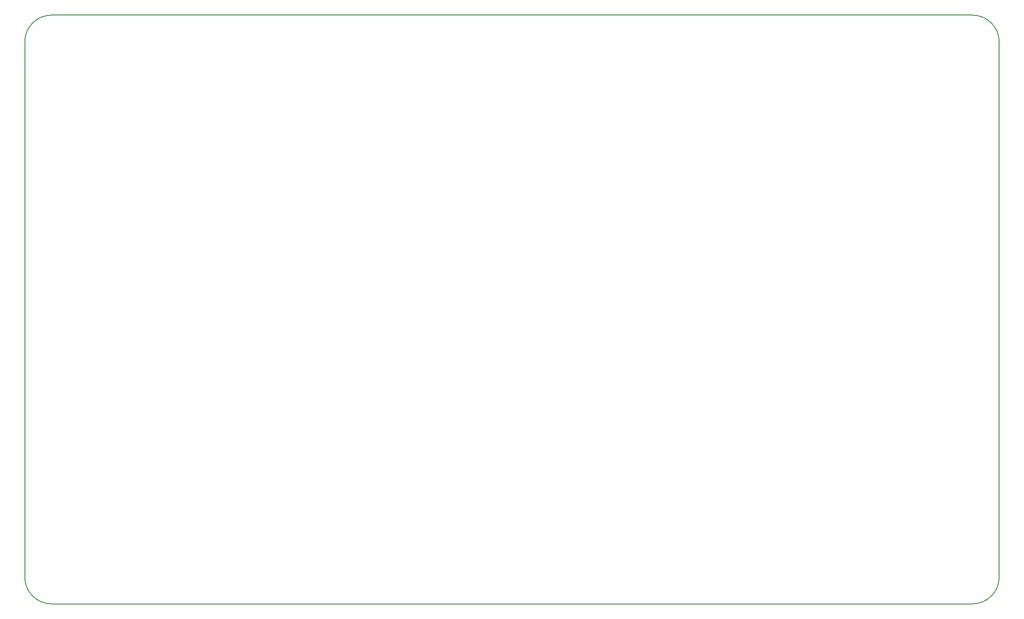
<source format=gbr>
G04 #@! TF.GenerationSoftware,KiCad,Pcbnew,5.1.2-f72e74a~84~ubuntu19.04.1*
G04 #@! TF.CreationDate,2019-10-23T18:47:17+02:00*
G04 #@! TF.ProjectId,upuaut,75707561-7574-42e6-9b69-6361645f7063,rev?*
G04 #@! TF.SameCoordinates,Original*
G04 #@! TF.FileFunction,Profile,NP*
%FSLAX46Y46*%
G04 Gerber Fmt 4.6, Leading zero omitted, Abs format (unit mm)*
G04 Created by KiCad (PCBNEW 5.1.2-f72e74a~84~ubuntu19.04.1) date 2019-10-23 18:47:17*
%MOMM*%
%LPD*%
G04 APERTURE LIST*
%ADD10C,0.150000*%
G04 APERTURE END LIST*
D10*
X55000000Y-40000000D02*
G75*
G02X60000000Y-35000000I5000000J0D01*
G01*
X60000000Y-145000000D02*
G75*
G02X55000000Y-140000000I0J5000000D01*
G01*
X237000000Y-140000000D02*
G75*
G02X232000000Y-145000000I-5000000J0D01*
G01*
X232000000Y-35000000D02*
G75*
G02X237000000Y-40000000I0J-5000000D01*
G01*
X237000000Y-40000000D02*
X237000000Y-140000000D01*
X60000000Y-35000000D02*
X232000000Y-35000000D01*
X60000000Y-145000000D02*
X232000000Y-145000000D01*
X55000000Y-40000000D02*
X55000000Y-140000000D01*
M02*

</source>
